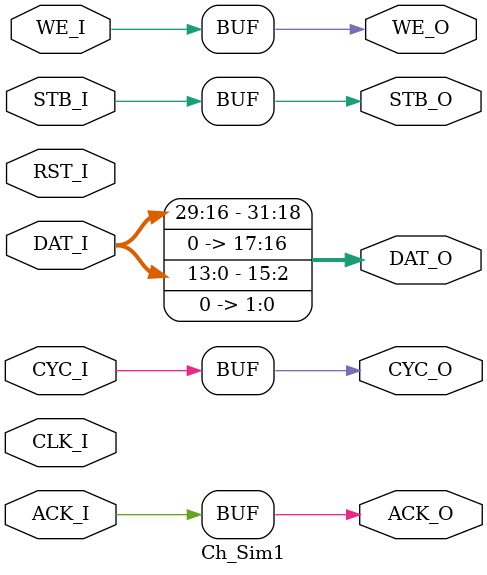
<source format=v>
`timescale 1ns / 1ps
module Ch_Sim1(
	input 			CLK_I, RST_I,
	input [31:0] 	DAT_I,
	input 			WE_I, STB_I, CYC_I,
	output			ACK_O,
	
	output [31:0]	DAT_O,
	output 			CYC_O, STB_O,
	output 			WE_O,
	input				ACK_I	
    );
/*
always @(posedge CLK_I) begin
	if(RST_I) begin 
		DAT_O <= 32'd0;
		CYC_O <= 1'b0;
		WE_O	<= 1'b0;
		STB_O <= 1'b0;
		end
	else begin
		DAT_O <= DAT_I;
		CYC_O <= CYC_I;
		WE_O	<= WE_I;
		STB_O <= STB_I;
		end		
end*/
//assign DAT_O = {DAT_I[31],DAT_I[31],DAT_I[31:18],DAT_I[15],DAT_I[15],DAT_I[15:2]};
//assign DAT_O = DAT_I;
assign DAT_O = {DAT_I[29:16],2'd0,DAT_I[13:0],2'd0};
assign CYC_O = CYC_I;
assign WE_O	 = WE_I;
assign STB_O = STB_I;
assign ACK_O = ACK_I;

endmodule

</source>
